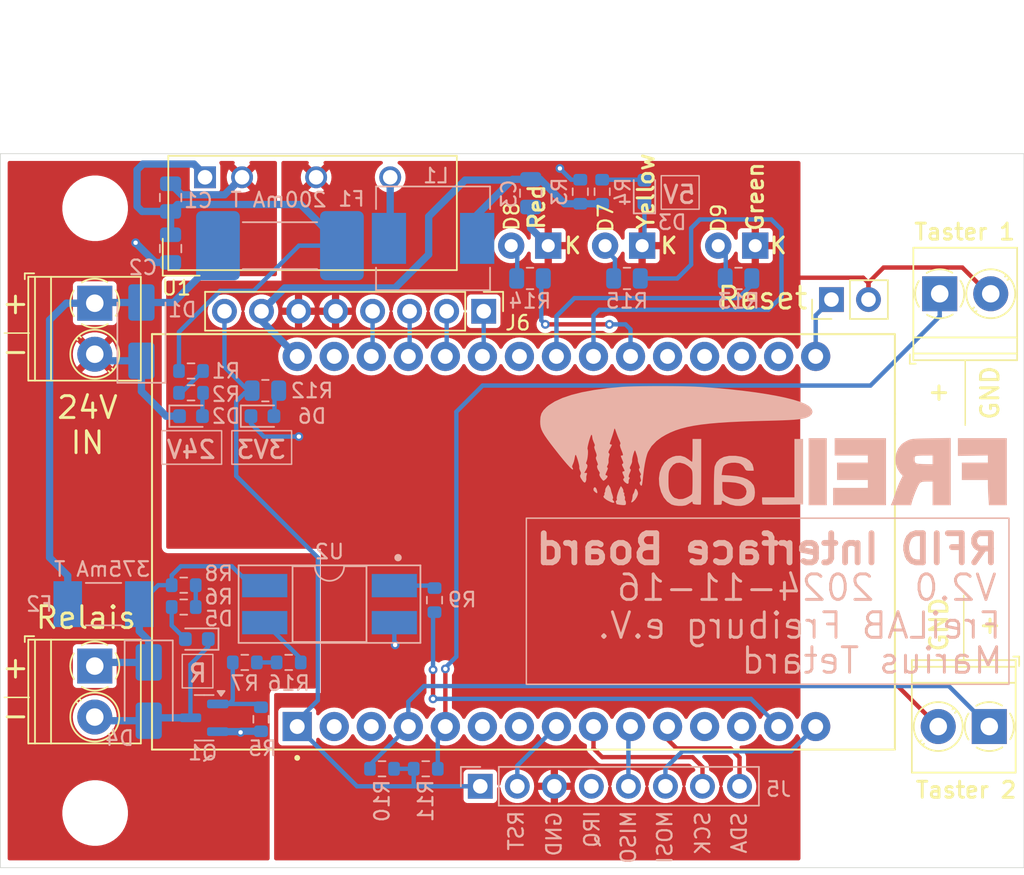
<source format=kicad_pcb>
(kicad_pcb (version 20241229) (generator "pcbnew") (generator_version "9.0")
  (title_block (title "RFID Interface Board") (date "2024-11-16") (rev "V2.0") (company "FreiLAB Freiburg e.V.") (comment 1 "Marius Tetard"))
  (layers (0 "F.Cu" signal) (2 "B.Cu" signal) (13 "F.Paste" user) (15 "B.Paste" user) (5 "F.SilkS" user "F.Silkscreen") (7 "B.SilkS" user "B.Silkscreen") (1 "F.Mask" user) (3 "B.Mask" user) (25 "Edge.Cuts" user))
  (net 0 "")
  (net 1 "PGND")
  (net 2 "+24V")
  (net 3 "GND")
  (net 4 "+5V")
  (net 5 "+24V_IN")
  (net 6 "/FET_D")
  (net 7 "Net-(D3-A)")
  (net 8 "Net-(D5-A)")
  (net 9 "Net-(D6-A)")
  (net 10 "/LED_G_A")
  (net 11 "/LED_Y_A")
  (net 12 "/LED_R_A")
  (net 13 "/TASTER1")
  (net 14 "/TASTER2")
  (net 15 "RST")
  (net 16 "+3V3")
  (net 17 "SCK")
  (net 18 "SDA")
  (net 19 "IRQ")
  (net 20 "MOSI")
  (net 21 "MISO")
  (net 22 "D14")
  (net 23 "D27")
  (net 24 "D13")
  (net 25 "D12")
  (net 26 "/FET_G")
  (net 27 "/RELAIS_CONTR")
  (net 28 "/RELAIS_OUT")
  (net 29 "/LED_G")
  (net 30 "/LED_R")
  (net 31 "/LED_Y")
  (net 32 "Net-(D2-A)")
  (net 33 "Net-(R1-Pad2)")
  (net 34 "Net-(R6-Pad1)")
  (net 44 "Net-(J7-Pin_1)")
  (net 48 "/+5V_DCDC")
  (net 49 "+24V_fused")
  (net 50 "/OPT_A")
  (net 51 "Net-(R16-Pad1)")
  (footprint "TerminalBlock_Phoenix:TerminalBlock_Phoenix_PT-1,5-2-3.5-H_1x02_P3.50mm_Horizontal" (layer "F.Cu") (at 178.325 87.515)
    (property "Reference" "J4" (hide yes))
    (property "Value" "TASTER_2" (hide yes))
    (pad "1" thru_hole rect (at 0 0) (size 2.4 2.4) (drill 1.2) (layers "*.Cu" "*.Mask") (net 14 "/TASTER2"))
    (pad "2" thru_hole circle (at 3.5 0) (size 2.4 2.4) (drill 1.2) (layers "*.Cu" "*.Mask") (net 3 "GND"))
  )
  (footprint "Converter_DCDC:Converter_DCDC_TRACO_TBA2-xxxx_Single_THT" (layer "F.Cu") (at 127.9375 79.5225 90)
    (property "Reference" "U1" (at -7.5925 -1.9625 180) (layer "F.SilkS"))
    (property "Value" "TBA2-2411" (hide yes))
    (pad "1" thru_hole rect (at 0 0 90) (size 1.5 1.5) (drill 1) (layers "*.Cu" "*.Mask") (net 2 "+24V"))
    (pad "2" thru_hole circle (at 0 2.54 90) (size 1.5 1.5) (drill 1) (layers "*.Cu" "*.Mask") (net 1 "PGND"))
    (pad "4" thru_hole circle (at 0 7.62 90) (size 1.5 1.5) (drill 1) (layers "*.Cu" "*.Mask") (net 3 "GND"))
    (pad "6" thru_hole circle (at 0 12.7 90) (size 1.5 1.5) (drill 1) (layers "*.Cu" "*.Mask") (net 48 "/+5V_DCDC"))
  )
  (footprint "MountingHole:MountingHole_4mm" (layer "F.Cu") (at 120.4 81.65)
    (property "Reference" "H4" (hide yes))
    (property "Value" "MountingHole" (hide yes))
    (pad "" np_thru_hole circle (at 0 0) (size 4 4) (drill 4) (layers "*.Cu" "*.Mask"))
  )
  (footprint "TerminalBlock_Phoenix:TerminalBlock_Phoenix_PT-1,5-2-3.5-H_1x02_P3.50mm_Horizontal" (layer "F.Cu") (at 120.375 88.165 -90)
    (property "Reference" "J1" (hide yes))
    (property "Value" "24V_IN" (hide yes))
    (pad "1" thru_hole rect (at 0 0 270) (size 2.4 2.4) (drill 1.2) (layers "*.Cu" "*.Mask") (net 5 "+24V_IN"))
    (pad "2" thru_hole circle (at 3.5 0 270) (size 2.4 2.4) (drill 1.2) (layers "*.Cu" "*.Mask") (net 1 "PGND"))
  )
  (footprint "Connector_PinHeader_2.54mm:PinHeader_1x08_P2.54mm_Vertical" (layer "F.Cu") (at 147.05 88.715 -90)
    (property "Reference" "J6" (at 0.8 -2.34 180) (layer "F.SilkS"))
    (property "Value" "DEBUG" (hide yes))
    (pad "1" thru_hole rect (at 0 0 270) (size 1.7 1.7) (drill 1) (layers "*.Cu" "*.Mask") (net 23 "D27"))
    (pad "2" thru_hole oval (at 0 2.54 270) (size 1.7 1.7) (drill 1) (layers "*.Cu" "*.Mask") (net 22 "D14"))
    (pad "3" thru_hole oval (at 0 5.079999 270) (size 1.7 1.7) (drill 1) (layers "*.Cu" "*.Mask") (net 25 "D12"))
    (pad "4" thru_hole oval (at 0 7.62 270) (size 1.7 1.7) (drill 1) (layers "*.Cu" "*.Mask") (net 24 "D13"))
    (pad "5" thru_hole oval (at 0 10.16 270) (size 1.7 1.7) (drill 1) (layers "*.Cu" "*.Mask") (net 3 "GND"))
    (pad "6" thru_hole oval (at 0 12.7 270) (size 1.7 1.7) (drill 1) (layers "*.Cu" "*.Mask") (net 3 "GND"))
    (pad "7" thru_hole oval (at 0 15.24 270) (size 1.7 1.7) (drill 1) (layers "*.Cu" "*.Mask") (net 4 "+5V"))
    (pad "8" thru_hole oval (at 0 17.780001 270) (size 1.7 1.7) (drill 1) (layers "*.Cu" "*.Mask") (net 16 "+3V3"))
  )
  (footprint "MountingHole:MountingHole_4mm" (layer "F.Cu") (at 120.4 123.15)
    (property "Reference" "H1" (hide yes))
    (property "Value" "MountingHole" (hide yes))
    (pad "" np_thru_hole circle (at 0 0) (size 4 4) (drill 4) (layers "*.Cu" "*.Mask"))
  )
  (footprint "TerminalBlock_Phoenix:TerminalBlock_Phoenix_PT-1,5-2-3.5-H_1x02_P3.50mm_Horizontal" (layer "F.Cu") (at 181.725 117.215 180)
    (property "Reference" "J3" (hide yes))
    (property "Value" "TASTER_1" (hide yes))
    (pad "1" thru_hole rect (at 0 0 180) (size 2.4 2.4) (drill 1.2) (layers "*.Cu" "*.Mask") (net 13 "/TASTER1"))
    (pad "2" thru_hole circle (at 3.5 0 180) (size 2.4 2.4) (drill 1.2) (layers "*.Cu" "*.Mask") (net 3 "GND"))
  )
  (footprint "Connector_PinHeader_2.54mm:PinHeader_1x02_P2.54mm_Vertical" (layer "F.Cu") (at 170.9 87.915 90)
    (property "Reference" "J7" (hide yes))
    (property "Value" "Reset" (hide yes))
    (pad "1" thru_hole rect (at 0 0 90) (size 1.7 1.7) (drill 1) (layers "*.Cu" "*.Mask") (net 44 "Net-(J7-Pin_1)"))
    (pad "2" thru_hole oval (at 0 2.54 90) (size 1.7 1.7) (drill 1) (layers "*.Cu" "*.Mask") (net 3 "GND"))
  )
  (footprint "LED_THT:LED_D5.0mm_Horizontal_O6.35mm_Z15.0mm" (layer "F.Cu") (at 165.675 84.215 180)
    (property "Reference" "D9" (at 2.5 1.9 270) (layer "F.SilkS"))
    (property "Value" "LED G THT")
    (pad "1" thru_hole rect (at 0 0 180) (size 1.8 1.8) (drill 0.9) (layers "*.Cu" "*.Mask") (net 3 "GND"))
    (pad "2" thru_hole circle (at 2.54 0 180) (size 1.8 1.8) (drill 0.9) (layers "*.Cu" "*.Mask") (net 10 "/LED_G_A"))
  )
  (footprint "LED_THT:LED_D5.0mm_Horizontal_O6.35mm_Z15.0mm" (layer "F.Cu") (at 157.915 84.215 180)
    (property "Reference" "D7" (at 2.5 1.9 270) (layer "F.SilkS"))
    (property "Value" "LED Y THT")
    (pad "1" thru_hole rect (at 0 0 180) (size 1.8 1.8) (drill 0.9) (layers "*.Cu" "*.Mask") (net 3 "GND"))
    (pad "2" thru_hole circle (at 2.54 0 180) (size 1.8 1.8) (drill 0.9) (layers "*.Cu" "*.Mask") (net 11 "/LED_Y_A"))
  )
  (footprint "ESP32-DEVKIT-V1:MODULE_ESP32_DEVKIT_V1" (layer "F.Cu") (at 149.775 104.515 90)
    (property "Reference" "U3" (hide yes))
    (property "Value" "ESP32-DEVKIT-V1" (hide yes))
    (pad "1" thru_hole rect (at -12.7 -15.515 90) (size 2 2) (drill 1.02) (layers "*.Cu" "*.Mask") (net 16 "+3V3"))
    (pad "2" thru_hole circle (at -12.700001 -12.975 90) (size 2 2) (drill 1.02) (layers "*.Cu" "*.Mask"))
    (pad "3" thru_hole circle (at -12.7 -10.435 90) (size 2 2) (drill 1.02) (layers "*.Cu" "*.Mask"))
    (pad "4" thru_hole circle (at -12.7 -7.895 90) (size 2 2) (drill 1.02) (layers "*.Cu" "*.Mask") (net 13 "/TASTER1"))
    (pad "5" thru_hole circle (at -12.7 -5.355 90) (size 2 2) (drill 1.02) (layers "*.Cu" "*.Mask") (net 14 "/TASTER2"))
    (pad "6" thru_hole circle (at -12.700001 -2.815 90) (size 2 2) (drill 1.02) (layers "*.Cu" "*.Mask"))
    (pad "7" thru_hole circle (at -12.7 -0.274999 90) (size 2 2) (drill 1.02) (layers "*.Cu" "*.Mask"))
    (pad "8" thru_hole circle (at -12.7 2.265 90) (size 2 2) (drill 1.02) (layers "*.Cu" "*.Mask") (net 15 "RST"))
    (pad "9" thru_hole circle (at -12.7 4.805 90) (size 2 2) (drill 1.02) (layers "*.Cu" "*.Mask") (net 17 "SCK"))
    (pad "10" thru_hole circle (at -12.7 7.345 90) (size 2 2) (drill 1.02) (layers "*.Cu" "*.Mask") (net 21 "MISO"))
    (pad "11" thru_hole circle (at -12.700001 9.885 90) (size 2 2) (drill 1.02) (layers "*.Cu" "*.Mask") (net 18 "SDA"))
    (pad "12" thru_hole circle (at -12.7 12.425 90) (size 2 2) (drill 1.02) (layers "*.Cu" "*.Mask"))
    (pad "13" thru_hole circle (at -12.7 14.965 90) (size 2 2) (drill 1.02) (layers "*.Cu" "*.Mask"))
    (pad "14" thru_hole circle (at -12.7 17.505 90) (size 2 2) (drill 1.02) (layers "*.Cu" "*.Mask") (net 28 "/RELAIS_OUT"))
    (pad "15" thru_hole circle (at -12.700001 20.045 90) (size 2 2) (drill 1.02) (layers "*.Cu" "*.Mask") (net 20 "MOSI"))
    (pad "16" thru_hole circle (at 12.700001 20.045 90) (size 2 2) (drill 1.02) (layers "*.Cu" "*.Mask") (net 44 "Net-(J7-Pin_1)"))
    (pad "17" thru_hole circle (at 12.7 17.505 90) (size 2 2) (drill 1.02) (layers "*.Cu" "*.Mask"))
    (pad "18" thru_hole circle (at 12.7 14.965 90) (size 2 2) (drill 1.02) (layers "*.Cu" "*.Mask"))
    (pad "19" thru_hole circle (at 12.7 12.425 90) (size 2 2) (drill 1.02) (layers "*.Cu" "*.Mask"))
    (pad "20" thru_hole circle (at 12.700001 9.885 90) (size 2 2) (drill 1.02) (layers "*.Cu" "*.Mask"))
    (pad "21" thru_hole circle (at 12.7 7.345 90) (size 2 2) (drill 1.02) (layers "*.Cu" "*.Mask") (net 30 "/LED_R"))
    (pad "22" thru_hole circle (at 12.7 4.805 90) (size 2 2) (drill 1.02) (layers "*.Cu" "*.Mask") (net 31 "/LED_Y"))
    (pad "23" thru_hole circle (at 12.7 2.265 90) (size 2 2) (drill 1.02) (layers "*.Cu" "*.Mask") (net 29 "/LED_G"))
    (pad "24" thru_hole circle (at 12.7 -0.274999 90) (size 2 2) (drill 1.02) (layers "*.Cu" "*.Mask"))
    (pad "25" thru_hole circle (at 12.700001 -2.815 90) (size 2 2) (drill 1.02) (layers "*.Cu" "*.Mask") (net 23 "D27"))
    (pad "26" thru_hole circle (at 12.7 -5.355 90) (size 2 2) (drill 1.02) (layers "*.Cu" "*.Mask") (net 22 "D14"))
    (pad "27" thru_hole circle (at 12.7 -7.895 90) (size 2 2) (drill 1.02) (layers "*.Cu" "*.Mask") (net 25 "D12"))
    (pad "28" thru_hole circle (at 12.7 -10.435 90) (size 2 2) (drill 1.02) (layers "*.Cu" "*.Mask") (net 24 "D13"))
    (pad "29" thru_hole circle (at 12.700001 -12.975 90) (size 2 2) (drill 1.02) (layers "*.Cu" "*.Mask"))
    (pad "30" thru_hole circle (at 12.7 -15.515 90) (size 2 2) (drill 1.02) (layers "*.Cu" "*.Mask") (net 4 "+5V"))
    (zone (net 0) (net_name "") (layer "F.Cu") (connect_pads (clearance 0)) (min_thickness 0.01)
      (keepout (tracks not_allowed) (vias not_allowed) (pads not_allowed) (copperpour not_allowed) (footprints allowed))
      (fill (thermal_gap 0.508) (thermal_bridge_width 0.508))
      (polygon (pts (xy 168.76 113.425) (xy 168.76 95.735) (xy 175.25 95.735) (xy 175.25 113.425)))
    )
  )
  (footprint "TerminalBlock_Phoenix:TerminalBlock_Phoenix_PT-1,5-2-3.5-H_1x02_P3.50mm_Horizontal" (layer "F.Cu") (at 120.375 113.065 -90)
    (property "Reference" "J2" (hide yes))
    (property "Value" "RELAIS_OUT" (hide yes))
    (pad "1" thru_hole rect (at 0 0 270) (size 2.4 2.4) (drill 1.2) (layers "*.Cu" "*.Mask") (net 49 "+24V_fused"))
    (pad "2" thru_hole circle (at 3.5 0 270) (size 2.4 2.4) (drill 1.2) (layers "*.Cu" "*.Mask") (net 6 "/FET_D"))
  )
  (footprint "LED_THT:LED_D5.0mm_Horizontal_O6.35mm_Z15.0mm" (layer "F.Cu") (at 151.475 84.215 180)
    (property "Reference" "D8" (at 2.5 2 270) (layer "F.SilkS"))
    (property "Value" "LED R THT")
    (pad "1" thru_hole rect (at 0 0 180) (size 1.8 1.8) (drill 0.9) (layers "*.Cu" "*.Mask") (net 3 "GND"))
    (pad "2" thru_hole circle (at 2.54 0 180) (size 1.8 1.8) (drill 0.9) (layers "*.Cu" "*.Mask") (net 12 "/LED_R_A"))
  )
  (footprint "MountingHole:MountingHole_4mm" (layer "F.Cu") (at 172.4 123.15)
    (property "Reference" "H2" (hide yes))
    (property "Value" "MountingHole" (hide yes))
    (pad "" np_thru_hole circle (at 0 0) (size 4 4) (drill 4) (layers "*.Cu" "*.Mask"))
  )
  (footprint "MountingHole:MountingHole_4mm" (layer "F.Cu") (at 172.4 81.65)
    (property "Reference" "H3" (hide yes))
    (property "Value" "MountingHole" (hide yes))
    (pad "" np_thru_hole circle (at 0 0) (size 4 4) (drill 4) (layers "*.Cu" "*.Mask"))
  )
  (footprint "Resistor_SMD:R_0603_1608Metric" (layer "B.Cu") (at 126.475 109.015 180)
    (property "Reference" "R6" (at -2.4 0.7 0) (layer "B.SilkS") (effects (justify mirror)))
    (property "Value" "2k2" (hide yes))
    (pad "1" smd roundrect (at -0.825 0 180) (size 0.8 0.95) (layers "B.Cu" "B.Mask" "B.Paste") (net 34 "Net-(R6-Pad1)"))
    (pad "2" smd roundrect (at 0.825 0 180) (size 0.8 0.95) (layers "B.Cu" "B.Mask" "B.Paste") (net 8 "Net-(D5-A)"))
  )
  (footprint "Package_TO_SOT_SMD:SOT-23" (layer "B.Cu") (at 127.875 116.615 180)
    (property "Reference" "Q1" (at 0.1 -2.4 0) (layer "B.SilkS") (effects (justify mirror)))
    (property "Value" "SI2310AHE3-TP" (hide yes))
    (pad "1" smd roundrect (at -0.9375 0.95 180) (size 1.475 0.6) (layers "B.Cu" "B.Mask" "B.Paste") (net 26 "/FET_G"))
    (pad "2" smd roundrect (at -0.9375 -0.95 180) (size 1.475 0.6) (layers "B.Cu" "B.Mask" "B.Paste") (net 1 "PGND"))
    (pad "3" smd roundrect (at 0.937501 0 180) (size 1.475 0.6) (layers "B.Cu" "B.Mask" "B.Paste") (net 6 "/FET_D"))
  )
  (footprint "Resistor_SMD:R_0603_1608Metric" (layer "B.Cu") (at 155.175 80.515 90)
    (property "Reference" "R4" (at 0 1.43 90) (layer "B.SilkS") (effects (justify mirror)))
    (property "Value" "1k" (hide yes))
    (pad "1" smd roundrect (at -0.825 0 90) (size 0.8 0.95) (layers "B.Cu" "B.Mask" "B.Paste") (net 4 "+5V"))
    (pad "2" smd roundrect (at 0.825 0 90) (size 0.8 0.95) (layers "B.Cu" "B.Mask" "B.Paste") (net 7 "Net-(D3-A)"))
  )
  (footprint "Resistor_SMD:R_0603_1608Metric" (layer "B.Cu") (at 126.475 107.515)
    (property "Reference" "R8" (at 2.4 -0.8 0) (layer "B.SilkS") (effects (justify mirror)))
    (property "Value" "2k2" (hide yes))
    (pad "1" smd roundrect (at -0.825 0) (size 0.8 0.95) (layers "B.Cu" "B.Mask" "B.Paste") (net 49 "+24V_fused"))
    (pad "2" smd roundrect (at 0.825 0) (size 0.8 0.95) (layers "B.Cu" "B.Mask" "B.Paste") (net 34 "Net-(R6-Pad1)"))
  )
  (footprint "Package_DIP:DIP-4_W8.89mm_SMDSocket_LongPads" (layer "B.Cu") (at 136.475 108.815 180)
    (property "Reference" "U2" (at 0 3.599999 0) (layer "B.SilkS") (effects (justify mirror)))
    (property "Value" "VO615A-2X009T" (hide yes))
    (pad "1" smd rect (at -4.445 1.27 180) (size 3.1 1.6) (layers "B.Cu" "B.Mask" "B.Paste") (net 50 "/OPT_A"))
    (pad "2" smd rect (at -4.445 -1.27 180) (size 3.1 1.6) (layers "B.Cu" "B.Mask" "B.Paste") (net 3 "GND"))
    (pad "3" smd rect (at 4.445 -1.27 180) (size 3.1 1.6) (layers "B.Cu" "B.Mask" "B.Paste") (net 27 "/RELAIS_CONTR"))
    (pad "4" smd rect (at 4.445 1.27 180) (size 3.1 1.6) (layers "B.Cu" "B.Mask" "B.Paste") (net 49 "+24V_fused"))
  )
  (footprint "Resistor_SMD:R_0805_2012Metric" (layer "B.Cu") (at 156.875 86.465 180)
    (property "Reference" "R15" (at 0 -1.55 0) (layer "B.SilkS") (effects (justify mirror)))
    (property "Value" "100R" (hide yes))
    (pad "1" smd roundrect (at -0.9125 0 180) (size 1.025 1.4) (layers "B.Cu" "B.Mask" "B.Paste") (roundrect_rratio 0.243902) (net 31 "/LED_Y"))
    (pad "2" smd roundrect (at 0.9125 0 180) (size 1.025 1.4) (layers "B.Cu" "B.Mask" "B.Paste") (roundrect_rratio 0.243902) (net 11 "/LED_Y_A"))
  )
  (footprint "Resistor_SMD:R_0603_1608Metric" (layer "B.Cu") (at 143.675 108.54 90)
    (property "Reference" "R9" (at 0.025 1.9 0) (layer "B.SilkS") (effects (justify mirror)))
    (property "Value" "3k3" (hide yes))
    (pad "1" smd roundrect (at -0.825 0 90) (size 0.8 0.95) (layers "B.Cu" "B.Mask" "B.Paste") (net 28 "/RELAIS_OUT"))
    (pad "2" smd roundrect (at 0.825 0 90) (size 0.8 0.95) (layers "B.Cu" "B.Mask" "B.Paste") (net 50 "/OPT_A"))
  )
  (footprint "LED_SMD:LED_0603_1608Metric" (layer "B.Cu") (at 126.975 95.915)
    (property "Reference" "D2" (at 2.4 0 0) (layer "B.SilkS") (effects (justify mirror)))
    (property "Value" "LED G" (hide yes))
    (pad "1" smd roundrect (at -0.787501 0) (size 0.875 0.95) (layers "B.Cu" "B.Mask" "B.Paste") (net 1 "PGND"))
    (pad "2" smd roundrect (at 0.787501 0) (size 0.875 0.95) (layers "B.Cu" "B.Mask" "B.Paste") (net 32 "Net-(D2-A)"))
  )
  (footprint "Capacitor_SMD:C_0805_2012Metric" (layer "B.Cu") (at 150.275 80.615 -90)
    (property "Reference" "C3" (at 0.050001 1.5 90) (layer "B.SilkS") (effects (justify mirror)))
    (property "Value" "10µF" (hide yes))
    (pad "1" smd roundrect (at -0.949999 0 270) (size 1 1.45) (layers "B.Cu" "B.Mask" "B.Paste") (net 4 "+5V"))
    (pad "2" smd roundrect (at 0.949999 0 270) (size 1 1.45) (layers "B.Cu" "B.Mask" "B.Paste") (net 3 "GND"))
  )
  (footprint "Resistor_SMD:R_0603_1608Metric" (layer "B.Cu") (at 143.075 120.115 180)
    (property "Reference" "R11" (at 0 -2.2 270) (layer "B.SilkS") (effects (justify mirror)))
    (property "Value" "10k" (hide yes))
    (pad "1" smd roundrect (at -0.825 0 180) (size 0.8 0.95) (layers "B.Cu" "B.Mask" "B.Paste") (net 14 "/TASTER2"))
    (pad "2" smd roundrect (at 0.825 0 180) (size 0.8 0.95) (layers "B.Cu" "B.Mask" "B.Paste") (net 16 "+3V3"))
  )
  (footprint "Connector_PinHeader_2.54mm:PinHeader_1x08_P2.54mm_Vertical" (layer "B.Cu") (at 146.815 121.315 -90)
    (property "Reference" "J5" (at 0.2 -20.46 0) (layer "B.SilkS") (effects (justify mirror)))
    (property "Value" "RFID" (hide yes))
    (pad "1" thru_hole rect (at 0 0 270) (size 1.7 1.7) (drill 1) (layers "*.Cu" "*.Mask") (net 16 "+3V3"))
    (pad "2" thru_hole oval (at 0 -2.54 270) (size 1.7 1.7) (drill 1) (layers "*.Cu" "*.Mask") (net 15 "RST"))
    (pad "3" thru_hole oval (at 0 -5.079999 270) (size 1.7 1.7) (drill 1) (layers "*.Cu" "*.Mask") (net 3 "GND"))
    (pad "4" thru_hole oval (at 0 -7.62 270) (size 1.7 1.7) (drill 1) (layers "*.Cu" "*.Mask") (net 19 "IRQ"))
    (pad "5" thru_hole oval (at 0 -10.16 270) (size 1.7 1.7) (drill 1) (layers "*.Cu" "*.Mask") (net 21 "MISO"))
    (pad "6" thru_hole oval (at 0 -12.7 270) (size 1.7 1.7) (drill 1) (layers "*.Cu" "*.Mask") (net 20 "MOSI"))
    (pad "7" thru_hole oval (at 0 -15.24 270) (size 1.7 1.7) (drill 1) (layers "*.Cu" "*.Mask") (net 17 "SCK"))
    (pad "8" thru_hole oval (at 0 -17.780001 270) (size 1.7 1.7) (drill 1) (layers "*.Cu" "*.Mask") (net 18 "SDA"))
  )
  (footprint "Resistor_SMD:R_0603_1608Metric" (layer "B.Cu") (at 131.775 116.715 -90)
    (property "Reference" "R5" (at 2 -0.1 0) (layer "B.SilkS") (effects (justify mirror)))
    (property "Value" "3k3" (hide yes))
    (pad "1" smd roundrect (at -0.825 0 270) (size 0.8 0.95) (layers "B.Cu" "B.Mask" "B.Paste") (net 26 "/FET_G"))
    (pad "2" smd roundrect (at 0.825 0 270) (size 0.8 0.95) (layers "B.Cu" "B.Mask" "B.Paste") (net 1 "PGND"))
  )
  (footprint "Resistor_SMD:R_0805_2012Metric" (layer "B.Cu") (at 164.525 86.465 180)
    (property "Reference" "R13" (at 0 -1.55 0) (layer "B.SilkS") (effects (justify mirror)))
    (property "Value" "100R")
    (pad "1" smd roundrect (at -0.9125 0 180) (size 1.025 1.4) (layers "B.Cu" "B.Mask" "B.Paste") (roundrect_rratio 0.243902) (net 29 "/LED_G"))
    (pad "2" smd roundrect (at 0.9125 0 180) (size 1.025 1.4) (layers "B.Cu" "B.Mask" "B.Paste") (roundrect_rratio 0.243902) (net 10 "/LED_G_A"))
  )
  (footprint "Resistor_SMD:R_0603_1608Metric" (layer "B.Cu") (at 126.975 92.815)
    (property "Reference" "R1" (at 2.4 0 0) (layer "B.SilkS") (effects (justify mirror)))
    (property "Value" "2k2" (hide yes))
    (pad "1" smd roundrect (at -0.825 0) (size 0.8 0.95) (layers "B.Cu" "B.Mask" "B.Paste") (net 2 "+24V"))
    (pad "2" smd roundrect (at 0.825 0) (size 0.8 0.95) (layers "B.Cu" "B.Mask" "B.Paste") (net 33 "Net-(R1-Pad2)"))
  )
  (footprint "LED_SMD:LED_0603_1608Metric" (layer "B.Cu") (at 127.375 111.215 180)
    (property "Reference" "D5" (at -1.5 1.4 0) (layer "B.SilkS") (effects (justify mirror)))
    (property "Value" "LED Y" (hide yes))
    (pad "1" smd roundrect (at -0.7875 0 180) (size 0.875 0.95) (layers "B.Cu" "B.Mask" "B.Paste") (net 6 "/FET_D"))
    (pad "2" smd roundrect (at 0.7875 0 180) (size 0.875 0.95) (layers "B.Cu" "B.Mask" "B.Paste") (net 8 "Net-(D5-A)"))
  )
  (footprint "Resistor_SMD:R_0603_1608Metric" (layer "B.Cu") (at 133.675 112.815)
    (property "Reference" "R16" (at 0 1.43 0) (layer "B.SilkS") (effects (justify mirror)))
    (property "Value" "10k" (hide yes))
    (pad "1" smd roundrect (at -0.825 0) (size 0.8 0.95) (layers "B.Cu" "B.Mask" "B.Paste") (net 51 "Net-(R16-Pad1)"))
    (pad "2" smd roundrect (at 0.825 0) (size 0.8 0.95) (layers "B.Cu" "B.Mask" "B.Paste") (net 27 "/RELAIS_CONTR"))
  )
  (footprint "Diode_SMD:D_SMA" (layer "B.Cu") (at 123.575 90.115 90)
    (property "Reference" "D1" (at 1.5 2.8 0) (layer "B.SilkS") (effects (justify mirror)))
    (property "Value" "SMAJ36CA" (hide yes))
    (pad "1" smd roundrect (at -2.000001 0 90) (size 2.5 1.8) (layers "B.Cu" "B.Mask" "B.Paste") (roundrect_rratio 0.1388888889) (net 1 "PGND"))
    (pad "2" smd roundrect (at 2.000001 0 90) (size 2.5 1.8) (layers "B.Cu" "B.Mask" "B.Paste") (roundrect_rratio 0.1388888889) (net 5 "+24V_IN"))
  )
  (footprint "Capacitor_SMD:C_0805_2012Metric" (layer "B.Cu") (at 125.575 80.915 90)
    (property "Reference" "C1" (at -0.2 1.9 0) (layer "B.SilkS") (effects (justify mirror)))
    (property "Value" "10µF" (hide yes))
    (pad "1" smd roundrect (at -0.949999 0 90) (size 1 1.45) (layers "B.Cu" "B.Mask" "B.Paste") (net 2 "+24V"))
    (pad "2" smd roundrect (at 0.949999 0 90) (size 1 1.45) (layers "B.Cu" "B.Mask" "B.Paste") (net 1 "PGND"))
  )
  (footprint "Resistor_SMD:R_0805_2012Metric" (layer "B.Cu") (at 150.225 86.465 180)
    (property "Reference" "R14" (at 0 -1.55 0) (layer "B.SilkS") (effects (justify mirror)))
    (property "Value" "100R" (hide yes))
    (pad "1" smd roundrect (at -0.9125 0 180) (size 1.025 1.4) (layers "B.Cu" "B.Mask" "B.Paste") (roundrect_rratio 0.243902) (net 30 "/LED_R"))
    (pad "2" smd roundrect (at 0.9125 0 180) (size 1.025 1.4) (layers "B.Cu" "B.Mask" "B.Paste") (roundrect_rratio 0.243902) (net 12 "/LED_R_A"))
  )
  (footprint "Resistor_SMD:R_0603_1608Metric" (layer "B.Cu") (at 130.665 112.815)
    (property "Reference" "R7" (at 0 1.43 0) (layer "B.SilkS") (effects (justify mirror)))
    (property "Value" "10k" (hide yes))
    (pad "1" smd roundrect (at -0.825 0) (size 0.8 0.95) (layers "B.Cu" "B.Mask" "B.Paste") (net 26 "/FET_G"))
    (pad "2" smd roundrect (at 0.825 0) (size 0.8 0.95) (layers "B.Cu" "B.Mask" "B.Paste") (net 51 "Net-(R16-Pad1)"))
  )
  (footprint "Fuse:Fuse_Schurter_UMZ250" (layer "B.Cu") (at 133.075 84.215)
    (property "Reference" "F1" (at 4.9 -3.2 0) (layer "B.SilkS") (effects (justify mirror)))
    (property "Value" "200mA T" (at -0.1 -3.15 0) (layer "B.SilkS") (effects (justify mirror)))
    (pad "1" smd roundrect (at -4.25 0) (size 3 4.75) (layers "B.Cu" "B.Mask" "B.Paste") (roundrect_rratio 0.125) (net 5 "+24V_IN"))
    (pad "2" smd roundrect (at 4.25 0) (size 3 4.75) (layers "B.Cu" "B.Mask" "B.Paste") (roundrect_rratio 0.125) (net 2 "+24V"))
  )
  (footprint "Inductor_SMD:L_Chilisin_BMRB00060650" (layer "B.Cu") (at 143.575 83.715)
    (property "Reference" "L1" (at 0.2 -4.3 0) (layer "B.SilkS") (effects (justify mirror)))
    (property "Value" "4.7µH" (hide yes))
    (pad "1" smd rect (at -3.025 0) (size 2.35 3.5) (layers "B.Cu" "B.Mask" "B.Paste") (net 48 "/+5V_DCDC"))
    (pad "2" smd rect (at 3.025 0) (size 2.35 3.5) (layers "B.Cu" "B.Mask" "B.Paste") (net 4 "+5V"))
  )
  (footprint "LED_SMD:LED_0603_1608Metric" (layer "B.Cu") (at 158.075 80.515 90)
    (property "Reference" "D3" (at -2.1 1.9 180) (layer "B.SilkS") (effects (justify mirror)))
    (property "Value" "LED G" (hide yes))
    (pad "1" smd roundrect (at -0.787501 0 90) (size 0.875 0.95) (layers "B.Cu" "B.Mask" "B.Paste") (net 3 "GND"))
    (pad "2" smd roundrect (at 0.787501 0 90) (size 0.875 0.95) (layers "B.Cu" "B.Mask" "B.Paste") (net 7 "Net-(D3-A)"))
  )
  (footprint "Fuse:Fuse_Littelfuse-NANO2-451_453" (layer "B.Cu") (at 120.975 108.815 180)
    (property "Reference" "F2" (at 4.4 0 0) (layer "B.SilkS") (effects (justify mirror)))
    (property "Value" "375mA T" (at 0.1 2.4 0) (layer "B.SilkS") (effects (justify mirror)))
    (pad "1" smd rect (at -2.455 0 180) (size 1.96 3.15) (layers "B.Cu" "B.Mask" "B.Paste") (net 49 "+24V_fused"))
    (pad "2" smd rect (at 2.455 0 180) (size 1.96 3.15) (layers "B.Cu" "B.Mask" "B.Paste") (net 5 "+24V_IN"))
  )
  (footprint "LED_SMD:LED_0603_1608Metric" (layer "B.Cu") (at 131.875 95.915)
    (property "Reference" "D6" (at 3.4 0 0) (layer "B.SilkS") (effects (justify mirror)))
    (property "Value" "LED G" (hide yes))
    (pad "1" smd roundrect (at -0.787501 0) (size 0.875 0.95) (layers "B.Cu" "B.Mask" "B.Paste") (net 3 "GND"))
    (pad "2" smd roundrect (at 0.787501 0) (size 0.875 0.95) (layers "B.Cu" "B.Mask" "B.Paste") (net 9 "Net-(D6-A)"))
  )
  (footprint "Diode_SMD:D_SMA" (layer "B.Cu") (at 124.075 114.815 -90)
    (property "Reference" "D4" (at 3.2 2 0) (layer "B.SilkS") (effects (justify mirror)))
    (property "Value" "SS26" (hide yes))
    (pad "1" smd roundrect (at -2.000001 0 270) (size 2.5 1.8) (layers "B.Cu" "B.Mask" "B.Paste") (roundrect_rratio 0.1388888889) (net 49 "+24V_fused"))
    (pad "2" smd roundrect (at 2.000001 0 270) (size 2.5 1.8) (layers "B.Cu" "B.Mask" "B.Paste") (roundrect_rratio 0.1388888889) (net 6 "/FET_D"))
  )
  (footprint "Resistor_SMD:R_0603_1608Metric" (layer "B.Cu") (at 153.675 80.515 -90)
    (property "Reference" "R3" (at 0 1.43 90) (layer "B.SilkS") (effects (justify mirror)))
    (property "Value" "510" (hide yes))
    (pad "1" smd roundrect (at -0.825 0 270) (size 0.8 0.95) (layers "B.Cu" "B.Mask" "B.Paste") (net 3 "GND"))
    (pad "2" smd roundrect (at 0.825 0 270) (size 0.8 0.95) (layers "B.Cu" "B.Mask" "B.Paste") (net 4 "+5V"))
  )
  (footprint "Resistor_SMD:R_0805_2012Metric" (layer "B.Cu") (at 132.075 94.165 180)
    (property "Reference" "R12" (at -3.2 0 0) (layer "B.SilkS") (effects (justify mirror)))
    (property "Value" "100R")
    (pad "1" smd roundrect (at -0.9125 0 180) (size 1.025 1.4) (layers "B.Cu" "B.Mask" "B.Paste") (roundrect_rratio 0.243902) (net 9 "Net-(D6-A)"))
    (pad "2" smd roundrect (at 0.9125 0 180) (size 1.025 1.4) (layers "B.Cu" "B.Mask" "B.Paste") (roundrect_rratio 0.243902) (net 16 "+3V3"))
  )
  (footprint "Resistor_SMD:R_0603_1608Metric" (layer "B.Cu") (at 126.975 94.315)
    (property "Reference" "R2" (at 2.4 0.1 0) (layer "B.SilkS") (effects (justify mirror)))
    (property "Value" "2k2" (hide yes))
    (pad "1" smd roundrect (at -0.825 0) (size 0.8 0.95) (layers "B.Cu" "B.Mask" "B.Paste") (net 33 "Net-(R1-Pad2)"))
    (pad "2" smd roundrect (at 0.825 0) (size 0.8 0.95) (layers "B.Cu" "B.Mask" "B.Paste") (net 32 "Net-(D2-A)"))
  )
  (footprint "Resistor_SMD:R_0603_1608Metric" (layer "B.Cu") (at 140.075 120.115)
    (property "Reference" "R10" (at 0 2.2 270) (layer "B.SilkS") (effects (justify mirror)))
    (property "Value" "10k" (hide yes))
    (pad "1" smd roundrect (at -0.825 0) (size 0.8 0.95) (layers "B.Cu" "B.Mask" "B.Paste") (net 13 "/TASTER1"))
    (pad "2" smd roundrect (at 0.825 0) (size 0.8 0.95) (layers "B.Cu" "B.Mask" "B.Paste") (net 16 "+3V3"))
  )
  (footprint "Library:FeiLab_Logo" (layer "B.Cu") (at 170.667672 100.107288 180)
    (property "Reference" "G***" (hide yes))
    (property "Value" "LOGO" (hide yes))
  )
  (footprint "Capacitor_SMD:C_0805_2012Metric" (layer "B.Cu") (at 125.575 84.415 -90)
    (property "Reference" "C2" (at 1.3 1.9 180) (layer "B.SilkS") (effects (justify mirror)))
    (property "Value" "10µF" (hide yes))
    (pad "1" smd roundrect (at -0.949999 0 270) (size 1 1.45) (layers "B.Cu" "B.Mask" "B.Paste") (net 2 "+24V"))
    (pad "2" smd roundrect (at 0.949999 0 270) (size 1 1.45) (layers "B.Cu" "B.Mask" "B.Paste") (net 1 "PGND"))
  )
  (gr_line (start 180.075 96.535) (end 180.075 92.095) (stroke (width 0.1)) (layer "F.SilkS"))
  (gr_line (start 115.875 90.215) (end 114.175 90.215) (stroke (width 0.1)) (layer "F.SilkS"))
  (gr_line (start 179.975 112.655) (end 179.975 108.215) (stroke (width 0.1)) (layer "F.SilkS"))
  (gr_line (start 115.875 115.215) (end 114.175 115.215) (stroke (width 0.1)) (layer "F.SilkS"))
  (gr_rect (start 129.775 96.915) (end 133.875 99.215) (stroke (width 0.1)) (fill no) (layer "B.SilkS"))
  (gr_rect (start 124.975 96.915) (end 129.075 99.215) (stroke (width 0.1)) (fill no) (layer "B.SilkS"))
  (gr_rect (start 126.375 112.265) (end 128.475 114.565) (stroke (width 0.1)) (fill no) (layer "B.SilkS"))
  (gr_rect (start 149.975 102.915) (end 183.075 114.315) (stroke (width 0.1)) (fill no) (layer "B.SilkS"))
  (gr_rect (start 159.225 79.415) (end 161.825 81.715) (stroke (width 0.1)) (fill no) (layer "B.SilkS"))
  (gr_circle (center 141.175 105.625) (end 141.377485 105.625) (stroke (width 0.1)) (fill yes) (layer "B.SilkS"))
  (gr_rect (start 113.9 77.9) (end 184.1 126.9) (stroke (width 0.05)) (fill no) (layer "Edge.Cuts"))
  (gr_text "+" (at 181.775 110.215 0) (layer "F.SilkS") (effects (font (size 1.2 1.2) (thickness 0.2) (bold yes))))
  (gr_text "+" (at 113.875 114.015 0) (layer "F.SilkS") (effects (font (size 1.5 1.5) (thickness 0.2) (bold yes)) (justify left bottom)))
  (gr_text "-" (at 113.875 92.315 0) (layer "F.SilkS") (effects (font (size 1.5 1.5) (thickness 0.2) (bold yes)) (justify left bottom)))
  (gr_text "Taster 2" (at 176.575 122.215 0) (layer "F.SilkS") (effects (font (size 1.1 1.1) (thickness 0.2) (bold yes)) (justify left bottom)))
  (gr_text "GND" (at 178.275 110.215 90) (layer "F.SilkS") (effects (font (size 1.2 1.2) (thickness 0.2) (bold yes))))
  (gr_text "24V\nIN" (at 119.875 98.615 0) (layer "F.SilkS") (effects (font (size 1.5 1.5) (thickness 0.2) (bold yes)) (justify bottom)))
  (gr_text "Taster 1" (at 176.475 83.915 0) (layer "F.SilkS") (effects (font (size 1.1 1.1) (thickness 0.2) (bold yes)) (justify left bottom)))
  (gr_text "+" (at 113.875 89.015 0) (layer "F.SilkS") (effects (font (size 1.5 1.5) (thickness 0.2) (bold yes)) (justify left bottom)))
  (gr_text "K" (at 159.075 84.215 0) (layer "F.SilkS") (effects (font (size 1.1 1.1) (thickness 0.2) (bold yes)) (justify left)))
  (gr_text "K" (at 152.475 84.215 0) (layer "F.SilkS") (effects (font (size 1.1 1.1) (thickness 0.2) (bold yes)) (justify left)))
  (gr_text "Reset" (at 166.175 87.815 0) (layer "F.SilkS") (effects (font (size 1.5 1.5) (thickness 0.2))))
  (gr_text "+" (at 178.275 94.215 0) (layer "F.SilkS") (effects (font (size 1.2 1.2) (thickness 0.2) (bold yes))))
  (gr_text "Red" (at 150.675 83.215 90) (layer "F.SilkS") (effects (font (size 1.1 1.1) (thickness 0.2) (bold yes)) (justify left)))
  (gr_text "Yellow" (at 158.175 83.215 90) (layer "F.SilkS") (effects (font (size 1.1 1.1) (thickness 0.2) (bold yes)) (justify left)))
  (gr_text "-" (at 113.875 117.315 0) (layer "F.SilkS") (effects (font (size 1.5 1.5) (thickness 0.2) (bold yes)) (justify left bottom)))
  (gr_text "GND" (at 181.775 94.315 90) (layer "F.SilkS") (effects (font (size 1.2 1.2) (thickness 0.2) (bold yes))))
  (gr_text "K" (at 166.575 84.215 0) (layer "F.SilkS") (effects (font (size 1.1 1.1) (thickness 0.2) (bold yes)) (justify left)))
  (gr_text "Green" (at 165.675 83.315 90) (layer "F.SilkS") (effects (font (size 1.1 1.1) (thickness 0.2) (bold yes)) (justify left)))
  (gr_text "Relais" (at 116.215 110.615 0) (layer "F.SilkS") (effects (font (size 1.5 1.5) (thickness 0.2) (bold yes)) (justify left bottom)))
  (gr_text "SCK" (at 162.075 126.115 90) (layer "B.SilkS") (effects (font (size 1 1)) (justify right mirror)))
  (gr_text "R" (at 128.175 114.265 0) (layer "B.SilkS") (effects (font (size 1.2 1.2) (thickness 0.2) (bold yes)) (justify left bottom mirror)))
  (gr_text "RST" (at 149.275 125.815 90) (layer "B.SilkS") (effects (font (size 1 1)) (justify right mirror)))
  (gr_text "${COMMENT1} " (at 182.775 113.715 0) (layer "B.SilkS") (effects (font (size 1.75 1.75) (thickness 0.2)) (justify left bottom mirror)))
  (gr_text "${REVISION}" (at 182.375 108.715 0) (layer "B.SilkS") (effects (font (size 1.75 1.75) (thickness 0.2)) (justify left bottom mirror)))
  (gr_text "MISO" (at 156.975 126.715 90) (layer "B.SilkS") (effects (font (size 1 1)) (justify right mirror)))
  (gr_text "24V" (at 128.775 98.915 0) (layer "B.SilkS") (effects (font (size 1.2 1.2) (thickness 0.2) (bold yes)) (justify left bottom mirror)))
  (gr_text "5V" (at 161.675 81.415 0) (layer "B.SilkS") (effects (font (size 1.2 1.2) (thickness 0.2) (bold yes)) (justify left bottom mirror)))
  (gr_text "3V3" (at 133.575 98.915 0) (layer "B.SilkS") (effects (font (size 1.2 1.2) (thickness 0.2) (bold yes)) (justify left bottom mirror)))
  (gr_text "SDA" (at 164.575 126.015 90) (layer "B.SilkS") (effects (font (size 1 1)) (justify right mirror)))
  (gr_text "${COMPANY}" (at 182.675 111.315 0) (layer "B.SilkS") (effects (font (size 1.75 1.75) (thickness 0.2)) (justify left bottom mirror)))
  (gr_text "MOSI" (at 159.475 126.715 90) (layer "B.SilkS") (effects (font (size 1 1)) (justify right mirror)))
  (gr_text "${ISSUE_DATE}" (at 173.975 108.715 0) (layer "B.SilkS") (effects (font (size 1.75 1.75) (thickness 0.2)) (justify left bottom mirror)))
  (gr_text "${TITLE}" (at 182.575 106.215 0) (layer "B.SilkS") (effects (font (size 2 2) (thickness 0.4) (bold yes)) (justify left bottom mirror)))
  (gr_text "IRQ" (at 154.475 125.615 90) (layer "B.SilkS") (effects (font (size 1 1)) (justify right mirror)))
  (gr_text "GND" (at 151.875 126.215 90) (layer "B.SilkS") (effects (font (size 1 1)) (justify right mirror)))
  (via (at 123.175 84.015) (size 0.6) (drill 0.3) (layers "F.Cu" "B.Cu") (net 1))
  (via (at 130.375 117.615) (size 0.6) (drill 0.3) (layers "F.Cu" "B.Cu") (net 1))
  (segment (start 125.275 95.915) (end 126.187499 95.915) (width 0.5) (layer "B.Cu") (net 1))
  (segment (start 125.575 85.364999) (end 124.524999 85.364999) (width 0.5) (layer "B.Cu") (net 1))
  (segment (start 131.775 117.54) (end 130.45 117.54) (width 0.5) (layer "B.Cu") (net 1))
  (segment (start 123.575 94.215) (end 125.275 95.915) (width 0.5) (layer "B.Cu") (net 1))
  (segment (start 128.8125 117.565) (end 130.325 117.565) (width 0.5) (layer "B.Cu") (net 1))
  (segment (start 129.2775 80.7225) (end 126.332499 80.7225) (width 0.5) (layer "B.Cu") (net 1))
  (segment (start 130.325 117.565) (end 130.375 117.615) (width 0.5) (layer "B.Cu") (net 1))
  (segment (start 120.825001 92.115001) (end 120.375 91.665) (width 0.5) (layer "B.Cu") (net 1))
  (segment (start 130.45 117.54) (end 130.375 117.615) (width 0.5) (layer "B.Cu") (net 1))
  (segment (start 123.575 92.115001) (end 120.825001 92.115001) (width 0.5) (layer "B.Cu") (net 1))
  (segment (start 130.4775 79.5225) (end 129.2775 80.7225) (width 0.5) (layer "B.Cu") (net 1))
  (segment (start 124.524999 85.364999) (end 123.175 84.015) (width 0.5) (layer "B.Cu") (net 1))
  (segment (start 126.332499 80.7225) (end 125.575 79.965001) (width 0.5) (layer "B.Cu") (net 1))
  (segment (start 123.575 92.115001) (end 123.575 94.215) (width 0.5) (layer "B.Cu") (net 1))
  (segment (start 137.325 84.215) (end 134.375 84.215) (width 0.3) (layer "B.Cu") (net 2))
  (segment (start 123.275 79.015) (end 123.275 81.515) (width 0.5) (layer "B.Cu") (net 2))
  (segment (start 123.624999 81.864999) (end 125.575 81.864999) (width 0.5) (layer "B.Cu") (net 2))
  (segment (start 127.9375 79.5225) (end 127.9375 79.3775) (width 0.5) (layer "B.Cu") (net 2))
  (segment (start 127.9375 79.3775) (end 127.175 78.615) (width 0.5) (layer "B.Cu") (net 2))
  (segment (start 126.15 90.137942) (end 126.15 92.815) (width 0.3) (layer "B.Cu") (net 2))
  (segment (start 137.325 84.215) (end 134.5 81.39) (width 0.5) (layer "B.Cu") (net 2))
  (segment (start 127.175 78.615) (end 123.675 78.615) (width 0.5) (layer "B.Cu") (net 2))
  (segment (start 125.575 83.465001) (end 125.575 81.864999) (width 0.5) (layer "B.Cu") (net 2))
  (segment (start 123.675 78.615) (end 123.275 79.015) (width 0.5) (layer "B.Cu") (net 2))
  (segment (start 131.275 87.315) (end 128.972942 87.315) (width 0.3) (layer "B.Cu") (net 2))
  (segment (start 128.972942 87.315) (end 126.15 90.137942) (width 0.3) (layer "B.Cu") (net 2))
  (segment (start 134.5 81.39) (end 126.049999 81.39) (width 0.5) (layer "B.Cu") (net 2))
  (segment (start 126.049999 81.39) (end 125.575 81.864999) (width 0.5) (layer "B.Cu") (net 2))
  (segment (start 134.375 84.215) (end 131.275 87.315) (width 0.3) (layer "B.Cu") (net 2))
  (segment (start 123.275 81.515) (end 123.624999 81.864999) (width 0.5) (layer "B.Cu") (net 2))
  (segment (start 175.425 114.415) (end 167.475 114.415) (width 0.3) (layer "F.Cu") (net 3))
  (segment (start 173.44 86.75) (end 173.44 87.915) (width 0.3) (layer "F.Cu") (net 3))
  (segment (start 173.44 87.915) (end 173.44 86.78) (width 0.3) (layer "F.Cu") (net 3))
  (segment (start 181.775 87.615) (end 179.875 85.715) (width 0.3) (layer "F.Cu") (net 3))
  (segment (start 173.075 86.415) (end 168.275 86.415) (width 0.3) (layer "F.Cu") (net 3))
  (segment (start 173.44 86.78) (end 173.075 86.415) (width 0.3) (layer "F.Cu") (net 3))
  (segment (start 179.875 85.715) (end 174.475 85.715) (width 0.3) (layer "F.Cu") (net 3))
  (segment (start 178.225 117.215) (end 175.425 114.415) (width 0.3) (layer "F.Cu") (net 3))
  (segment (start 181.825 87.565) (end 181.775 87.615) (width 0.3) (layer "F.Cu") (net 3))
  (segment (start 168.275 86.415) (end 168.175 86.315) (width 0.3) (layer "F.Cu") (net 3))
  (segment (start 174.475 85.715) (end 173.44 86.75) (width 0.3) (layer "F.Cu") (net 3))
  (segment (start 181.825 87.515) (end 181.825 87.565) (width 0.3) (layer "F.Cu") (net 3))
  (via (at 134.375 97.315) (size 0.6) (drill 0.3) (layers "F.Cu" "B.Cu") (net 3))
  (via (at 140.975 111.615) (size 0.6) (drill 0.3) (layers "F.Cu" "B.Cu") (net 3))
  (via (at 152.275 78.915) (size 0.6) (drill 0.3) (layers "F.Cu" "B.Cu") (net 3))
  (segment (start 150.275 83.015) (end 151.475 84.215) (width 0.5) (layer "B.Cu") (net 3))
  (segment (start 131.087499 95.915) (end 131.087499 96.427499) (width 0.3) (layer "B.Cu") (net 3))
  (segment (start 158.075 84.215) (end 157.875 84.415) (width 0.3) (layer "B.Cu") (net 3))
  (segment (start 150.275 81.564999) (end 150.275 83.015) (width 0.5) (layer "B.Cu") (net 3))
  (segment (start 150.375002 81.614998) (end 150.575 81.614998) (width 0.5) (layer "B.Cu") (net 3))
  (segment (start 158.075 81.302501) (end 158.075 84.215) (width 0.3) (layer "B.Cu") (net 3))
  (segment (start 140.92 111.56) (end 140.975 111.615) (width 0.3) (layer "B.Cu") (net 3))
  (segment (start 140.92 110.085) (end 140.92 111.56) (width 0.3) (layer "B.Cu") (net 3))
  (segment (start 131.575 96.915) (end 131.975 97.315) (width 0.3) (layer "B.Cu") (net 3))
  (segment (start 153.05 79.69) (end 152.275 78.915) (width 0.3) (layer "B.Cu") (net 3))
  (segment (start 131.975 97.315) (end 134.375 97.315) (width 0.3) (layer "B.Cu") (net 3))
  (segment (start 153.675 79.69) (end 153.05 79.69) (width 0.3) (layer "B.Cu") (net 3))
  (segment (start 131.087499 96.427499) (end 131.575 96.915) (width 0.3) (layer "B.Cu") (net 3))
  (segment (start 131.81 88.715) (end 131.81 89.365) (width 0.5) (layer "B.Cu") (net 4))
  (segment (start 143.275 84.815) (end 140.975 87.115) (width 0.5) (layer "B.Cu") (net 4))
  (segment (start 146.6 83.715) (end 146.6 82.09) (width 0.3) (layer "B.Cu") (net 4))
  (segment (start 140.975 87.115) (end 133.41 87.115) (width 0.5) (layer "B.Cu") (net 4))
  (segment (start 150.925001 79.665001) (end 152.6 81.34) (width 0.5) (layer "B.Cu") (net 4))
  (segment (start 149.024999 79.665001) (end 150.275 79.665001) (width 0.5) (layer "B.Cu") (net 4))
  (segment (start 150.275 79.665001) (end 150.925001 79.665001) (width 0.5) (layer "B.Cu") (net 4))
  (segment (start 133.41 87.115) (end 131.81 88.715) (width 0.5) (layer "B.Cu") (net 4))
  (segment (start 149.024999 79.665001) (end 148.975 79.715) (width 0.3) (layer "B.Cu") (net 4))
  (segment (start 153.675 81.34) (end 155.175 81.34) (width 0.5) (layer "B.Cu") (net 4))
  (segment (start 148.975 79.715) (end 145.775 79.715) (width 0.5) (layer "B.Cu") (net 4))
  (segment (start 144.375 81.115) (end 143.275 82.215) (width 0.5) (layer "B.Cu") (net 4))
  (segment (start 143.275 82.215) (end 143.275 84.815) (width 0.5) (layer "B.Cu") (net 4))
  (segment (start 145.775 79.715) (end 144.375 81.115) (width 0.5) (layer "B.Cu") (net 4))
  (segment (start 146.6 82.09) (end 149.024999 79.665001) (width 0.5) (layer "B.Cu") (net 4))
  (segment (start 131.81 89.365) (end 134.26 91.815) (width 0.5) (layer "B.Cu") (net 4))
  (segment (start 152.6 81.34) (end 153.675 81.34) (width 0.5) (layer "B.Cu") (net 4))
  (segment (start 123.575 88.114999) (end 120.425001 88.114999) (width 0.5) (layer "B.Cu") (net 5))
  (segment (start 125.775001 88.114999) (end 128.825 85.065) (width 0.5) (layer "B.Cu") (net 5))
  (segment (start 123.575 88.114999) (end 125.775001 88.114999) (width 0.5) (layer "B.Cu") (net 5))
  (segment (start 117.275 105.615) (end 118.52 106.86) (width 0.5) (layer "B.Cu") (net 5))
  (segment (start 117.275 89.315) (end 117.275 105.615) (width 0.5) (layer "B.Cu") (net 5))
  (segment (start 120.425001 88.114999) (end 120.375 88.165) (width 0.5) (layer "B.Cu") (net 5))
  (segment (start 118.425 88.165) (end 117.275 89.315) (width 0.5) (layer "B.Cu") (net 5))
  (segment (start 120.375 88.165) (end 118.425 88.165) (width 0.5) (layer "B.Cu") (net 5))
  (segment (start 128.825 85.065) (end 128.825 84.215) (width 0.5) (layer "B.Cu") (net 5))
  (segment (start 118.52 106.86) (end 118.52 108.815) (width 0.5) (layer "B.Cu") (net 5))
  (segment (start 126.937499 112.952501) (end 126.937499 116.615) (width 0.3) (layer "B.Cu") (net 6))
  (segment (start 124.575 116.615) (end 124.374999 116.815001) (width 0.5) (layer "B.Cu") (net 6))
  (segment (start 124.575 116.615) (end 126.937499 116.615) (width 0.5) (layer "B.Cu") (net 6))
  (segment (start 128.1625 111.215) (end 128.1625 111.7275) (width 0.3) (layer "B.Cu") (net 6))
  (segment (start 128.1625 111.7275) (end 126.937499 112.952501) (width 0.3) (layer "B.Cu") (net 6))
  (segment (start 124.075 116.815001) (end 120.625001 116.815001) (width 0.5) (layer "B.Cu") (net 6))
  (segment (start 124.075 116.815001) (end 124.374999 116.815001) (width 0.5) (layer "B.Cu") (net 6))
  (segment (start 120.625001 116.815001) (end 120.375 116.565) (width 0.5) (layer "B.Cu") (net 6))
  (segment (start 155.175 79.69) (end 158.037501 79.69) (width 0.3) (layer "B.Cu") (net 7))
  (segment (start 158.037501 79.69) (end 158.075 79.727499) (width 0.3) (layer "B.Cu") (net 7))
  (segment (start 125.65 109.015) (end 125.65 110.2775) (width 0.3) (layer "B.Cu") (net 8))
  (segment (start 125.65 110.2775) (end 126.5875 111.215) (width 0.3) (layer "B.Cu") (net 8))
  (segment (start 132.7 95.877501) (end 132.662501 95.915) (width 0.3) (layer "B.Cu") (net 9))
  (segment (start 132.7 94.315) (end 132.7 95.877501) (width 0.3) (layer "B.Cu") (net 9))
  (segment (start 163.65 84.73) (end 163.135 84.215) (width 0.3) (layer "B.Cu") (net 10))
  (segment (start 163.65 86.115) (end 163.65 84.73) (width 0.3) (layer "B.Cu") (net 10))
  (segment (start 156.05 86.115) (end 156.05 85.13) (width 0.3) (layer "B.Cu") (net 11))
  (segment (start 156.05 85.13) (end 155.335 84.415) (width 0.3) (layer "B.Cu") (net 11))
  (segment (start 149.35 86.115) (end 149.35 84.63) (width 0.3) (layer "B.Cu") (net 12))
  (segment (start 149.35 84.63) (end 148.935 84.215) (width 0.3) (layer "B.Cu") (net 12))
  (segment (start 181.725 117.215) (end 178.95 114.44) (width 0.3) (layer "B.Cu") (net 13))
  (segment (start 139.25 120.115) (end 139.25 119.845) (width 0.3) (layer "B.Cu") (net 13))
  (segment (start 141.88 115.51) (end 141.88 117.215) (width 0.3) (layer "B.Cu") (net 13))
  (segment (start 142.95 114.44) (end 141.88 115.51) (width 0.3) (layer "B.Cu") (net 13))
  (segment (start 139.25 119.845) (end 141.88 117.215) (width 0.3) (layer "B.Cu") (net 13))
  (segment (start 178.95 114.44) (end 142.95 114.44) (width 0.3) (layer "B.Cu") (net 13))
  (segment (start 144.42 113.26) (end 144.42 117.215) (width 0.3) (layer "F.Cu") (net 14))
  (via (at 144.42 113.26) (size 0.6) (drill 0.3) (layers "F.Cu" "B.Cu") (net 14))
  (segment (start 145.175 95.615) (end 146.975 93.815) (width 0.3) (layer "B.Cu") (net 14))
  (segment (start 145.175 112.415) (end 145.175 95.615) (width 0.3) (layer "B.Cu") (net 14))
  (segment (start 143.9 117.735) (end 144.42 117.215) (width 0.3) (layer "B.Cu") (net 14))
  (segment (start 146.975 93.815) (end 173.575 93.815) (width 0.3) (layer "B.Cu") (net 14))
  (segment (start 178.325 89.065) (end 178.325 87.515) (width 0.3) (layer "B.Cu") (net 14))
  (segment (start 144.42 113.26) (end 144.42 113.17) (width 0.3) (layer "B.Cu") (net 14))
  (segment (start 143.9 120.115) (end 143.9 117.735) (width 0.3) (layer "B.Cu") (net 14))
  (segment (start 173.575 93.815) (end 178.325 89.065) (width 0.3) (layer "B.Cu") (net 14))
  (segment (start 144.42 113.17) (end 145.175 112.415) (width 0.3) (layer "B.Cu") (net 14))
  (segment (start 149.355 119.9) (end 152.04 117.215) (width 0.3) (layer "B.Cu") (net 15))
  (segment (start 149.355 121.315) (end 149.355 119.9) (width 0.3) (layer "B.Cu") (net 15))
  (segment (start 135.675 115.415) (end 135.675 105.615) (width 0.3) (layer "B.Cu") (net 16))
  (segment (start 130.675 94.315) (end 131.05 94.315) (width 0.3) (layer "B.Cu") (net 16))
  (segment (start 142.25 121.29) (end 142.275 121.315) (width 0.3) (layer "B.Cu") (net 16))
  (segment (start 134.26 117.215) (end 138.36 121.315) (width 0.3) (layer "B.Cu") (net 16))
  (segment (start 131.05 94.315) (end 129.269999 92.534999) (width 0.3) (layer "B.Cu") (net 16))
  (segment (start 135.675 105.615) (end 130.075 100.015) (width 0.3) (layer "B.Cu") (net 16))
  (segment (start 130.075 94.915) (end 130.675 94.315) (width 0.3) (layer "B.Cu") (net 16))
  (segment (start 130.075 100.015) (end 130.075 94.915) (width 0.3) (layer "B.Cu") (net 16))
  (segment (start 142.25 120.115) (end 140.9 120.115) (width 0.3) (layer "B.Cu") (net 16))
  (segment (start 134.26 117.215) (end 134.26 116.83) (width 0.3) (layer "B.Cu") (net 16))
  (segment (start 134.26 116.83) (end 135.675 115.415) (width 0.3) (layer "B.Cu") (net 16))
  (segment (start 142.275 121.315) (end 146.815 121.315) (width 0.3) (layer "B.Cu") (net 16))
  (segment (start 138.36 121.315) (end 142.275 121.315) (width 0.3) (layer "B.Cu") (net 16))
  (segment (start 142.25 120.115) (end 142.25 121.29) (width 0.3) (layer "B.Cu") (net 16))
  (segment (start 129.269999 92.534999) (end 129.269999 88.715) (width 0.3) (layer "B.Cu") (net 16))
  (segment (start 162.055 121.315) (end 162.055 119.995) (width 0.3) (layer "F.Cu") (net 17))
  (segment (start 161.375 119.315) (end 155.175 119.315) (width 0.3) (layer "F.Cu") (net 17))
  (segment (start 154.575 118.715) (end 154.58 118.71) (width 0.3) (layer "F.Cu") (net 17))
  (segment (start 154.58 118.71) (end 154.58 117.215) (width 0.3) (layer "F.Cu") (net 17))
  (segment (start 162.055 119.995) (end 161.375 119.315) (width 0.3) (layer "F.Cu") (net 17))
  (segment (start 155.175 119.315) (end 154.575 118.715) (width 0.3) (layer "F.Cu") (net 17))
  (segment (start 163.975 118.715) (end 164.595001 119.335001) (width 0.3) (layer "F.Cu") (net 18))
  (segment (start 160.275 118.715) (end 163.975 118.715) (width 0.3) (layer "F.Cu") (net 18))
  (segment (start 159.66 117.215001) (end 159.66 118.1) (width 0.3) (layer "F.Cu") (net 18))
  (segment (start 159.66 118.1) (end 160.275 118.715) (width 0.3) (layer "F.Cu") (net 18))
  (segment (start 164.595001 119.335001) (end 164.595001 121.315) (width 0.3) (layer "F.Cu") (net 18))
  (segment (start 159.515 120.075) (end 160.675 118.915) (width 0.3) (layer "B.Cu") (net 20))
  (segment (start 168.120001 118.915) (end 169.82 117.215001) (width 0.3) (layer "B.Cu") (net 20))
  (segment (start 159.515 121.315) (end 159.515 120.075) (width 0.3) (layer "B.Cu") (net 20))
  (segment (start 160.675 118.915) (end 168.120001 118.915) (width 0.3) (layer "B.Cu") (net 20))
  (segment (start 156.975 117.36) (end 157.12 117.215) (width 0.3) (layer "B.Cu") (net 21))
  (segment (start 156.975 121.315) (end 156.975 117.36) (width 0.3) (layer "B.Cu") (net 21))
  (segment (start 144.51 88.715) (end 144.51 91.725) (width 0.3) (layer "B.Cu") (net 22))
  (segment (start 144.51 91.725) (end 144.42 91.815) (width 0.3) (layer "B.Cu") (net 22))
  (segment (start 147.05 88.715) (end 147.05 91.724999) (width 0.3) (layer "B.Cu") (net 23))
  (segment (start 147.05 91.724999) (end 146.96 91.814999) (width 0.3) (layer "B.Cu") (net 23))
  (segment (start 139.43 91.725) (end 139.34 91.815) (width 0.3) (layer "B.Cu") (net 24))
  (segment (start 139.43 88.715) (end 139.43 91.725) (width 0.3) (layer "B.Cu") (net 24))
  (segment (start 141.970001 91.724999) (end 141.88 91.815) (width 0.3) (layer "B.Cu") (net 25))
  (segment (start 141.970001 88.715) (end 141.970001 91.724999) (width 0.3) (layer "B.Cu") (net 25))
  (segment (start 129.84 115.4) (end 129.575 115.665) (width 0.3) (layer "B.Cu") (net 26))
  (segment (start 131.55 115.665) (end 131.775 115.89) (width 0.3) (layer "B.Cu") (net 26))
  (segment (start 129.575 115.665) (end 131.55 115.665) (width 0.3) (layer "B.Cu") (net 26))
  (segment (start 128.8125 115.665) (end 129.575 115.665) (width 0.3) (layer "B.Cu") (net 26))
  (segment (start 129.84 112.815) (end 129.84 115.4) (width 0.3) (layer "B.Cu") (net 26))
  (segment (start 134.5 112.555) (end 134.5 112.815) (width 0.3) (layer "B.Cu") (net 27))
  (segment (start 132.03 110.085) (end 134.5 112.555) (width 0.3) (layer "B.Cu") (net 27))
  (segment (start 143.575 115.315) (end 143.575 113.315) (width 0.3) (layer "F.Cu") (net 28))
  (via (at 143.575 113.315) (size 0.6) (drill 0.3) (layers "F.Cu" "B.Cu") (net 28))
  (via (at 143.575 115.315) (size 0.6) (drill 0.3) (layers "F.Cu" "B.Cu") (net 28))
  (segment (start 167.28 117.215) (end 165.38 115.315) (width 0.3) (layer "B.Cu") (net 28))
  (segment (start 165.38 115.315) (end 143.575 115.315) (width 0.3) (layer "B.Cu") (net 28))
  (segment (start 143.575 109.465) (end 143.675 109.365) (width 0.3) (layer "B.Cu") (net 28))
  (segment (start 143.575 113.315) (end 143.575 109.465) (width 0.3) (layer "B.Cu") (net 28))
  (segment (start 165.3 87.04) (end 165.3 86.115) (width 0.3) (layer "B.Cu") (net 29))
  (segment (start 152.04 91.815) (end 152.04 89.05) (width 0.3) (layer "B.Cu") (net 29))
  (segment (start 152.04 89.05) (end 153.275 87.815) (width 0.3) (layer "B.Cu") (net 29))
  (segment (start 164.525 87.815) (end 165.3 87.04) (width 0.3) (layer "B.Cu") (net 29))
  (segment (start 153.275 87.815) (end 164.525 87.815) (width 0.3) (layer "B.Cu") (net 29))
  (segment (start 155.675 89.615) (end 151.275 89.615) (width 0.3) (layer "F.Cu") (net 30))
  (via (at 151.275 89.615) (size 0.6) (drill 0.3) (layers "F.Cu" "B.Cu") (net 30))
  (via (at 155.675 89.615) (size 0.6) (drill 0.3) (layers "F.Cu" "B.Cu") (net 30))
  (segment (start 151 89.34) (end 151 86.115) (width 0.3) (layer "B.Cu") (net 30))
  (segment (start 157.12 91.815) (end 157.12 89.96) (width 0.3) (layer "B.Cu") (net 30))
  (segment (start 151.275 89.615) (end 151 89.34) (width 0.3) (layer "B.Cu") (net 30))
  (segment (start 156.775 89.615) (end 155.675 89.615) (width 0.3) (layer "B.Cu") (net 30))
  (segment (start 157.12 89.96) (end 156.775 89.615) (width 0.3) (layer "B.Cu") (net 30))
  (segment (start 160.325 86.465) (end 158.05 86.465) (width 0.3) (layer "B.Cu") (net 31))
  (segment (start 166.775 82.415) (end 161.875 82.415) (width 0.3) (layer "B.Cu") (net 31))
  (segment (start 154.975 88.615) (end 166.575 88.615) (width 0.3) (layer "B.Cu") (net 31))
  (segment (start 167.475 83.115) (end 166.775 82.415) (width 0.3) (layer "B.Cu") (net 31))
  (segment (start 154.58 91.815) (end 154.58 89.01) (width 0.3) (layer "B.Cu") (net 31))
  (segment (start 161.275 83.015) (end 161.275 85.515) (width 0.3) (layer "B.Cu") (net 31))
  (segment (start 154.58 89.01) (end 154.975 88.615) (width 0.3) (layer "B.Cu") (net 31))
  (segment (start 161.275 85.515) (end 160.325 86.465) (width 0.3) (layer "B.Cu") (net 31))
  (segment (start 166.575 88.615) (end 167.475 87.715) (width 0.3) (layer "B.Cu") (net 31))
  (segment (start 167.475 87.715) (end 167.475 83.115) (width 0.3) (layer "B.Cu") (net 31))
  (segment (start 158.05 86.465) (end 157.7 86.115) (width 0.3) (layer "B.Cu") (net 31))
  (segment (start 161.875 82.415) (end 161.275 83.015) (width 0.3) (layer "B.Cu") (net 31))
  (segment (start 127.762501 94.352499) (end 127.8 94.315) (width 0.3) (layer "B.Cu") (net 32))
  (segment (start 127.762501 95.915) (end 127.762501 94.352499) (width 0.3) (layer "B.Cu") (net 32))
  (segment (start 126.15 94.315) (end 126.3 94.315) (width 0.3) (layer "B.Cu") (net 33))
  (segment (start 126.3 94.315) (end 127.8 92.815) (width 0.3) (layer "B.Cu") (net 33))
  (segment (start 127.3 107.515) (end 127.3 109.015) (width 0.3) (layer "B.Cu") (net 34))
  (segment (start 169.82 91.814999) (end 169.82 88.995) (width 0.3) (layer "B.Cu") (net 44))
  (segment (start 169.82 88.995) (end 170.9 87.915) (width 0.3) (layer "B.Cu") (net 44))
  (segment (start 140.6375 79.5225) (end 140.6375 83.6275) (width 0.5) (layer "B.Cu") (net 48))
  (segment (start 140.6375 83.6275) (end 140.55 83.715) (width 0.5) (layer "B.Cu") (net 48))
  (segment (start 125.65 106.84) (end 125.65 107.515) (width 0.3) (layer "B.Cu") (net 49))
  (segment (start 132.03 107.545) (end 131.105 107.545) (width 0.3) (layer "B.Cu") (net 49))
  (segment (start 120.625001 112.814999) (end 120.375 113.065) (width 0.5) (layer "B.Cu") (net 49))
  (segment (start 129.775 106.215) (end 126.275 106.215) (width 0.3) (layer "B.Cu") (net 49))
  (segment (start 124.075 112.814999) (end 120.625001 112.814999) (width 0.5) (layer "B.Cu") (net 49))
  (segment (start 126.275 106.215) (end 125.65 106.84) (width 0.3) (layer "B.Cu") (net 49))
  (segment (start 124.075 111.315) (end 124.075 112.814999) (width 0.5) (layer "B.Cu") (net 49))
  (segment (start 123.43 110.67) (end 124.075 111.315) (width 0.5) (layer "B.Cu") (net 49))
  (segment (start 124.73 107.515) (end 123.43 108.815) (width 0.3) (layer "B.Cu") (net 49))
  (segment (start 125.65 107.515) (end 124.73 107.515) (width 0.3) (layer "B.Cu") (net 49))
  (segment (start 123.43 108.815) (end 123.43 110.67) (width 0.5) (layer "B.Cu") (net 49))
  (segment (start 131.105 107.545) (end 129.775 106.215) (width 0.3) (layer "B.Cu") (net 49))
  (segment (start 143.505 107.545) (end 143.675 107.715) (width 0.3) (layer "B.Cu") (net 50))
  (segment (start 140.92 107.545) (end 143.505 107.545) (width 0.3) (layer "B.Cu") (net 50))
  (segment (start 131.49 112.815) (end 132.85 112.815) (width 0.3) (layer "B.Cu") (net 51))
  (zone (net 3) (net_name "GND") (layer "F.Cu") (priority 1) (connect_pads (clearance 0.3)) (min_thickness 0.25) (fill yes (thermal_gap 0.3) (thermal_bridge_width 0.5))
    (polygon (pts (xy 133.175 77.915) (xy 168.775 77.815) (xy 168.775 126.915) (xy 132.675 126.815) (xy 132.675 114.915) (xy 135.875 114.915) (xy 135.875 105.015) (xy 125.275 105.015) (xy 125.275 86.615) (xy 133.175 86.615)))
  )
  (zone (net 1) (net_name "PGND") (layer "F.Cu") (name "PGND") (connect_pads (clearance 0.3)) (min_thickness 0.25) (fill yes (thermal_gap 0.3) (thermal_bridge_width 0.5))
    (polygon (pts (xy 133.175 77.915) (xy 133.175 86.615) (xy 125.275 86.615) (xy 125.275 105.015) (xy 135.875 105.015) (xy 135.875 114.915) (xy 132.675 114.915) (xy 132.675 126.815) (xy 113.875 126.915) (xy 113.875 77.915)))
  )
)
</source>
